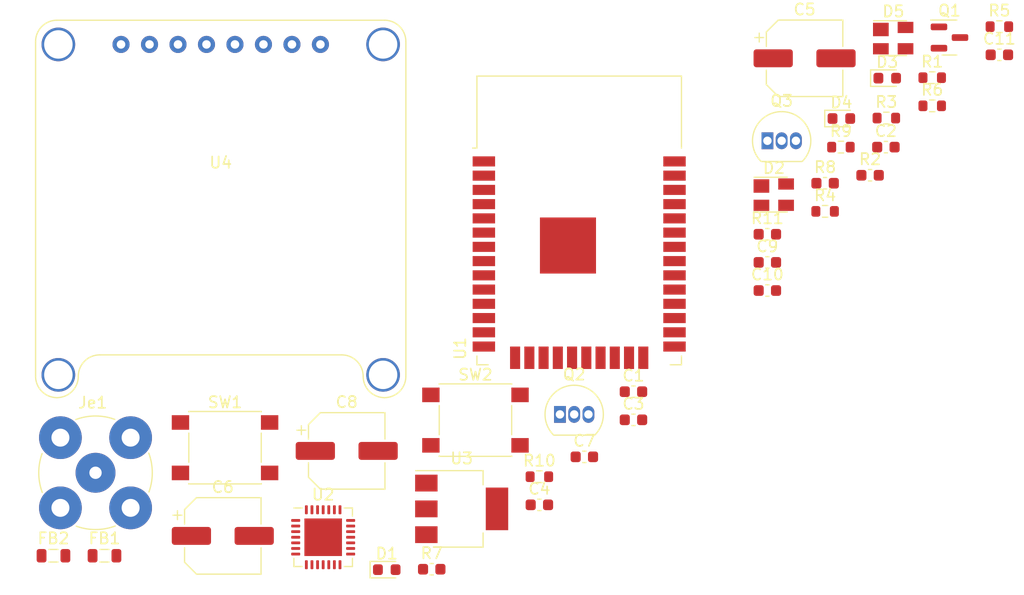
<source format=kicad_pcb>
(kicad_pcb (version 20210228) (generator pcbnew)
  (layers (0 "F.Cu" signal) (31 "B.Cu" signal) (34 "B.Paste" user) (35 "F.Paste" user) (36 "B.SilkS" user "B.Silkscreen") (37 "F.SilkS" user "F.Silkscreen") (38 "B.Mask" user) (39 "F.Mask" user) (44 "Edge.Cuts" user))
  (net 0 "")
  (net 1 "GND")
  (net 2 "/EN")
  (net 3 "/IO0")
  (net 4 "+3V3")
  (net 5 "Net-(C6-Pad2)")
  (net 6 "VBUS")
  (net 7 "Net-(D1-Pad1)")
  (net 8 "Net-(D1-Pad2)")
  (net 9 "Net-(Je1-Pad1)")
  (net 12 "Net-(D4-Pad1)")
  (net 13 "Net-(D5-Pad3)")
  (net 14 "Net-(D5-Pad4)")
  (net 15 "Net-(FB1-Pad2)")
  (net 16 "Net-(FB2-Pad2)")
  (net 17 "/PPS_OUT_3P3")
  (net 18 "/DTR")
  (net 19 "Net-(Q2-Pad1)")
  (net 20 "/RTS")
  (net 21 "Net-(Q3-Pad1)")
  (net 22 "Net-(R8-Pad1)")
  (net 23 "Net-(R8-Pad2)")
  (net 24 "Net-(R10-Pad1)")
  (net 50 "/SDA")
  (net 51 "Net-(U1-Pad34)")
  (net 52 "Net-(U1-Pad35)")
  (net 53 "/SCL")
  (net 54 "/OLED_RST")
  (footprint "Resistor_SMD:R_0603_1608Metric" (layer "F.Cu") (at 196.94 76.1)
    (fp_text reference "R1" (at 0 -1.43) (layer "F.SilkS"))
    (fp_text value "10K")
    (fp_line (start -0.237258 -0.5225) (end 0.237258 -0.5225) (layer "F.SilkS") (width 0.12))
    (fp_line (start -0.237258 0.5225) (end 0.237258 0.5225) (layer "F.SilkS") (width 0.12))
    (pad "1" smd roundrect (at -0.825 0) (size 0.8 0.95) (layers "F.Cu" "F.Paste" "F.Mask") (net 4 "+3V3"))
    (pad "2" smd roundrect (at 0.825 0) (size 0.8 0.95) (layers "F.Cu" "F.Paste" "F.Mask") (net 2 "/EN"))
  )
  (footprint "Resistor_SMD:R_0603_1608Metric" (layer "F.Cu") (at 188.8 82.29)
    (fp_text reference "R9" (at 0 -1.43) (layer "F.SilkS"))
    (fp_text value "47.5k")
    (fp_line (start -0.237258 0.5225) (end 0.237258 0.5225) (layer "F.SilkS") (width 0.12))
    (fp_line (start -0.237258 -0.5225) (end 0.237258 -0.5225) (layer "F.SilkS") (width 0.12))
    (pad "1" smd roundrect (at -0.825 0) (size 0.8 0.95) (layers "F.Cu" "F.Paste" "F.Mask") (net 1 "GND"))
    (pad "2" smd roundrect (at 0.825 0) (size 0.8 0.95) (layers "F.Cu" "F.Paste" "F.Mask") (net 24 "Net-(R10-Pad1)"))
  )
  (footprint "Package_TO_SOT_SMD:SOT-143" (layer "F.Cu") (at 182.81 86.53)
    (fp_text reference "D2" (at 0.02 -2.38) (layer "F.SilkS"))
    (fp_text value "SP0503BAHT")
    (fp_line (start 1.2 -1.55) (end -1.75 -1.55) (layer "F.SilkS") (width 0.12))
    (fp_line (start -1.2 1.55) (end 1.2 1.55) (layer "F.SilkS") (width 0.12))
    (pad "1" smd rect (at -1.1 -0.77 270) (size 1.2 1.4) (layers "F.Cu" "F.Paste" "F.Mask") (net 1 "GND"))
    (pad "2" smd rect (at -1.1 0.95 270) (size 1 1.4) (layers "F.Cu" "F.Paste" "F.Mask") (net 9 "Net-(Je1-Pad1)"))
    (pad "3" smd rect (at 1.1 0.95 270) (size 1 1.4) (layers "F.Cu" "F.Paste" "F.Mask"))
    (pad "4" smd rect (at 1.1 -0.95 270) (size 1 1.4) (layers "F.Cu" "F.Paste" "F.Mask"))
  )
  (footprint "RF_Module:ESP32-WROOM-32" (layer "F.Cu") (at 165.46 91.82)
    (fp_text reference "U1" (at -10.61 8.43 90) (layer "F.SilkS"))
    (fp_text value "ESP32-WROOM-32")
    (fp_line (start -9.12 9.1) (end -9.12 9.88) (layer "F.SilkS") (width 0.12))
    (fp_line (start -9.12 -15.865) (end -9.12 -9.445) (layer "F.SilkS") (width 0.12))
    (fp_line (start -9.12 9.88) (end -8.12 9.88) (layer "F.SilkS") (width 0.12))
    (fp_line (start -9.12 -9.445) (end -9.5 -9.445) (layer "F.SilkS") (width 0.12))
    (fp_line (start -9.12 -15.865) (end 9.12 -15.865) (layer "F.SilkS") (width 0.12))
    (fp_line (start 9.12 -15.865) (end 9.12 -9.445) (layer "F.SilkS") (width 0.12))
    (fp_line (start 9.12 9.88) (end 8.12 9.88) (layer "F.SilkS") (width 0.12))
    (fp_line (start 9.12 9.1) (end 9.12 9.88) (layer "F.SilkS") (width 0.12))
    (pad "1" smd rect (at -8.5 -8.255) (size 2 0.9) (layers "F.Cu" "F.Paste" "F.Mask") (net 1 "GND"))
    (pad "2" smd rect (at -8.5 -6.985) (size 2 0.9) (layers "F.Cu" "F.Paste" "F.Mask") (net 4 "+3V3"))
    (pad "3" smd rect (at -8.5 -5.715) (size 2 0.9) (layers "F.Cu" "F.Paste" "F.Mask") (net 2 "/EN"))
    (pad "4" smd rect (at -8.5 -4.445) (size 2 0.9) (layers "F.Cu" "F.Paste" "F.Mask"))
    (pad "5" smd rect (at -8.5 -3.175) (size 2 0.9) (layers "F.Cu" "F.Paste" "F.Mask"))
    (pad "6" smd rect (at -8.5 -1.905) (size 2 0.9) (layers "F.Cu" "F.Paste" "F.Mask"))
    (pad "7" smd rect (at -8.5 -0.635) (size 2 0.9) (layers "F.Cu" "F.Paste" "F.Mask"))
    (pad "8" smd rect (at -8.5 0.635) (size 2 0.9) (layers "F.Cu" "F.Paste" "F.Mask"))
    (pad "9" smd rect (at -8.5 1.905) (size 2 0.9) (layers "F.Cu" "F.Paste" "F.Mask"))
    (pad "10" smd rect (at -8.5 3.175) (size 2 0.9) (layers "F.Cu" "F.Paste" "F.Mask"))
    (pad "11" smd rect (at -8.5 4.445) (size 2 0.9) (layers "F.Cu" "F.Paste" "F.Mask"))
    (pad "12" smd rect (at -8.5 5.715) (size 2 0.9) (layers "F.Cu" "F.Paste" "F.Mask"))
    (pad "13" smd rect (at -8.5 6.985) (size 2 0.9) (layers "F.Cu" "F.Paste" "F.Mask"))
    (pad "14" smd rect (at -8.5 8.255) (size 2 0.9) (layers "F.Cu" "F.Paste" "F.Mask"))
    (pad "15" smd rect (at -5.715 9.255 90) (size 2 0.9) (layers "F.Cu" "F.Paste" "F.Mask") (net 1 "GND"))
    (pad "16" smd rect (at -4.445 9.255 90) (size 2 0.9) (layers "F.Cu" "F.Paste" "F.Mask"))
    (pad "17" smd rect (at -3.175 9.255 90) (size 2 0.9) (layers "F.Cu" "F.Paste" "F.Mask"))
    (pad "18" smd rect (at -1.905 9.255 90) (size 2 0.9) (layers "F.Cu" "F.Paste" "F.Mask"))
    (pad "19" smd rect (at -0.635 9.255 90) (size 2 0.9) (layers "F.Cu" "F.Paste" "F.Mask"))
    (pad "20" smd rect (at 0.635 9.255 90) (size 2 0.9) (layers "F.Cu" "F.Paste" "F.Mask"))
    (pad "21" smd rect (at 1.905 9.255 90) (size 2 0.9) (layers "F.Cu" "F.Paste" "F.Mask"))
    (pad "22" smd rect (at 3.175 9.255 90) (size 2 0.9) (layers "F.Cu" "F.Paste" "F.Mask"))
    (pad "23" smd rect (at 4.445 9.255 90) (size 2 0.9) (layers "F.Cu" "F.Paste" "F.Mask"))
    (pad "24" smd rect (at 5.715 9.255 90) (size 2 0.9) (layers "F.Cu" "F.Paste" "F.Mask"))
    (pad "25" smd rect (at 8.5 8.255) (size 2 0.9) (layers "F.Cu" "F.Paste" "F.Mask") (net 3 "/IO0"))
    (pad "26" smd rect (at 8.5 6.985) (size 2 0.9) (layers "F.Cu" "F.Paste" "F.Mask"))
    (pad "27" smd rect (at 8.5 5.715) (size 2 0.9) (layers "F.Cu" "F.Paste" "F.Mask") (net 8 "Net-(D1-Pad2)"))
    (pad "28" smd rect (at 8.5 4.445) (size 2 0.9) (layers "F.Cu" "F.Paste" "F.Mask") (net 17 "/PPS_OUT_3P3"))
    (pad "29" smd rect (at 8.5 3.175) (size 2 0.9) (layers "F.Cu" "F.Paste" "F.Mask"))
    (pad "30" smd rect (at 8.5 1.905) (size 2 0.9) (layers "F.Cu" "F.Paste" "F.Mask"))
    (pad "31" smd rect (at 8.5 0.635) (size 2 0.9) (layers "F.Cu" "F.Paste" "F.Mask"))
    (pad "32" smd rect (at 8.5 -0.635) (size 2 0.9) (layers "F.Cu" "F.Paste" "F.Mask"))
    (pad "33" smd rect (at 8.5 -1.905) (size 2 0.9) (layers "F.Cu" "F.Paste" "F.Mask") (net 50 "/SDA"))
    (pad "34" smd rect (at 8.5 -3.175) (size 2 0.9) (layers "F.Cu" "F.Paste" "F.Mask") (net 51 "Net-(U1-Pad34)"))
    (pad "35" smd rect (at 8.5 -4.445) (size 2 0.9) (layers "F.Cu" "F.Paste" "F.Mask") (net 52 "Net-(U1-Pad35)"))
    (pad "36" smd rect (at 8.5 -5.715) (size 2 0.9) (layers "F.Cu" "F.Paste" "F.Mask") (net 53 "/SCL"))
    (pad "37" smd rect (at 8.5 -6.985) (size 2 0.9) (layers "F.Cu" "F.Paste" "F.Mask") (net 54 "/OLED_RST"))
    (pad "38" smd rect (at 8.5 -8.255) (size 2 0.9) (layers "F.Cu" "F.Paste" "F.Mask") (net 1 "GND"))
    (pad "39" smd rect (at -1 -0.755) (size 5 5) (layers "F.Cu" "F.Paste" "F.Mask") (net 1 "GND"))
  )
  (footprint "LED_SMD:LED_0603_1608Metric" (layer "F.Cu") (at 188.84 79.74)
    (fp_text reference "D4" (at 0 -1.43) (layer "F.SilkS"))
    (fp_text value "USBPowerLED")
    (fp_line (start -1.485 -0.735) (end -1.485 0.735) (layer "F.SilkS") (width 0.12))
    (fp_line (start -1.485 0.735) (end 0.8 0.735) (layer "F.SilkS") (width 0.12))
    (fp_line (start 0.8 -0.735) (end -1.485 -0.735) (layer "F.SilkS") (width 0.12))
    (pad "1" smd roundrect (at -0.7875 0) (size 0.875 0.95) (layers "F.Cu" "F.Paste" "F.Mask") (net 12 "Net-(D4-Pad1)"))
    (pad "2" smd roundrect (at 0.7875 0) (size 0.875 0.95) (layers "F.Cu" "F.Paste" "F.Mask") (net 6 "VBUS"))
  )
  (footprint "Package_TO_SOT_THT:TO-92_Inline" (layer "F.Cu") (at 182.245 81.725)
    (fp_text reference "Q3" (at 1.27 -3.56) (layer "F.SilkS"))
    (fp_text value "S8050")
    (fp_line (start -0.53 1.85) (end 3.07 1.85) (layer "F.SilkS") (width 0.12))
    (fp_arc (start 1.27 0) (end 1.27 -2.6) (angle -135) (layer "F.SilkS") (width 0.12))
    (fp_arc (start 1.27 0) (end 1.27 -2.6) (angle 135) (layer "F.SilkS") (width 0.12))
    (pad "1" thru_hole rect (at 0 0) (size 1.05 1.5) (drill 0.75) (layers *.Cu *.Mask) (net 21 "Net-(Q3-Pad1)"))
    (pad "2" thru_hole oval (at 1.27 0) (size 1.05 1.5) (drill 0.75) (layers *.Cu *.Mask) (net 20 "/RTS"))
    (pad "3" thru_hole oval (at 2.54 0) (size 1.05 1.5) (drill 0.75) (layers *.Cu *.Mask) (net 2 "/EN"))
  )
  (footprint "Inductor_SMD:L_0805_2012Metric" (layer "F.Cu") (at 118.58 118.73)
    (fp_text reference "FB2" (at 0 -1.55) (layer "F.SilkS"))
    (fp_text value "Ferrite_Bead")
    (fp_line (start -0.399622 0.56) (end 0.399622 0.56) (layer "F.SilkS") (width 0.12))
    (fp_line (start -0.399622 -0.56) (end 0.399622 -0.56) (layer "F.SilkS") (width 0.12))
    (pad "1" smd roundrect (at -1.0625 0) (size 0.875 1.2) (layers "F.Cu" "F.Paste" "F.Mask") (net 1 "GND"))
    (pad "2" smd roundrect (at 1.0625 0) (size 0.875 1.2) (layers "F.Cu" "F.Paste" "F.Mask") (net 16 "Net-(FB2-Pad2)"))
  )
  (footprint "Button_Switch_SMD:SW_Push_1P1T_NO_6x6mm_H9.5mm" (layer "F.Cu") (at 133.88 109.095)
    (fp_text reference "SW1" (at 0 -4.05) (layer "F.SilkS"))
    (fp_text value "SW_SPST")
    (fp_line (start 3.23 -1.3) (end 3.23 1.3) (layer "F.SilkS") (width 0.12))
    (fp_line (start -3.23 3.23) (end -3.23 3.2) (layer "F.SilkS") (width 0.12))
    (fp_line (start 3.23 3.23) (end 3.23 3.2) (layer "F.SilkS") (width 0.12))
    (fp_line (start -3.23 3.23) (end 3.23 3.23) (layer "F.SilkS") (width 0.12))
    (fp_line (start -3.23 -1.3) (end -3.23 1.3) (layer "F.SilkS") (width 0.12))
    (fp_line (start 3.23 -3.23) (end 3.23 -3.2) (layer "F.SilkS") (width 0.12))
    (fp_line (start -3.23 -3.2) (end -3.23 -3.23) (layer "F.SilkS") (width 0.12))
    (fp_line (start -3.23 -3.23) (end 3.23 -3.23) (layer "F.SilkS") (width 0.12))
    (pad "1" smd rect (at 3.975 -2.25) (size 1.55 1.3) (layers "F.Cu" "F.Paste" "F.Mask") (net 1 "GND"))
    (pad "1" smd rect (at -3.975 -2.25) (size 1.55 1.3) (layers "F.Cu" "F.Paste" "F.Mask") (net 1 "GND"))
    (pad "2" smd rect (at 3.975 2.25) (size 1.55 1.3) (layers "F.Cu" "F.Paste" "F.Mask") (net 2 "/EN"))
    (pad "2" smd rect (at -3.975 2.25) (size 1.55 1.3) (layers "F.Cu" "F.Paste" "F.Mask") (net 2 "/EN"))
  )
  (footprint "Button_Switch_SMD:SW_Push_1P1T_NO_6x6mm_H9.5mm" (layer "F.Cu") (at 156.21 106.635)
    (fp_text reference "SW2" (at 0 -4.05) (layer "F.SilkS"))
    (fp_text value "SW_SPST")
    (fp_line (start -3.23 3.23) (end -3.23 3.2) (layer "F.SilkS") (width 0.12))
    (fp_line (start -3.23 -1.3) (end -3.23 1.3) (layer "F.SilkS") (width 0.12))
    (fp_line (start -3.23 3.23) (end 3.23 3.23) (layer "F.SilkS") (width 0.12))
    (fp_line (start 3.23 -3.23) (end 3.23 -3.2) (layer "F.SilkS") (width 0.12))
    (fp_line (start -3.23 -3.2) (end -3.23 -3.23) (layer "F.SilkS") (width 0.12))
    (fp_line (start 3.23 3.23) (end 3.23 3.2) (layer "F.SilkS") (width 0.12))
    (fp_line (start -3.23 -3.23) (end 3.23 -3.23) (layer "F.SilkS") (width 0.12))
    (fp_line (start 3.23 -1.3) (end 3.23 1.3) (layer "F.SilkS") (width 0.12))
    (pad "1" smd rect (at 3.975 -2.25) (size 1.55 1.3) (layers "F.Cu" "F.Paste" "F.Mask") (net 1 "GND"))
    (pad "1" smd rect (at -3.975 -2.25) (size 1.55 1.3) (layers "F.Cu" "F.Paste" "F.Mask") (net 1 "GND"))
    (pad "2" smd rect (at 3.975 2.25) (size 1.55 1.3) (layers "F.Cu" "F.Paste" "F.Mask") (net 3 "/IO0"))
    (pad "2" smd rect (at -3.975 2.25) (size 1.55 1.3) (layers "F.Cu" "F.Paste" "F.Mask") (net 3 "/IO0"))
  )
  (footprint "Resistor_SMD:R_0603_1608Metric" (layer "F.Cu") (at 192.85 79.7)
    (fp_text reference "R3" (at 0 -1.43) (layer "F.SilkS"))
    (fp_text value "10K")
    (fp_line (start -0.237258 0.5225) (end 0.237258 0.5225) (layer "F.SilkS") (width 0.12))
    (fp_line (start -0.237258 -0.5225) (end 0.237258 -0.5225) (layer "F.SilkS") (width 0.12))
    (pad "1" smd roundrect (at -0.825 0) (size 0.8 0.95) (layers "F.Cu" "F.Paste" "F.Mask") (net 17 "/PPS_OUT_3P3"))
    (pad "2" smd roundrect (at 0.825 0) (size 0.8 0.95) (layers "F.Cu" "F.Paste" "F.Mask") (net 4 "+3V3"))
  )
  (footprint "Capacitor_SMD:CP_Elec_6.3x5.4" (layer "F.Cu") (at 144.73 109.38)
    (fp_text reference "C8" (at 0 -4.35) (layer "F.SilkS"))
    (fp_text value "22 uF")
    (fp_line (start -2.345563 3.41) (end 3.41 3.41) (layer "F.SilkS") (width 0.12))
    (fp_line (start -2.345563 -3.41) (end 3.41 -3.41) (layer "F.SilkS") (width 0.12))
    (fp_line (start -4.04375 -2.24125) (end -4.04375 -1.45375) (layer "F.SilkS") (width 0.12))
    (fp_line (start -4.4375 -1.8475) (end -3.65 -1.8475) (layer "F.SilkS") (width 0.12))
    (fp_line (start -3.41 2.345563) (end -2.345563 3.41) (layer "F.SilkS") (width 0.12))
    (fp_line (start -3.41 -2.345563) (end -3.41 -1.06) (layer "F.SilkS") (width 0.12))
    (fp_line (start -3.41 -2.345563) (end -2.345563 -3.41) (layer "F.SilkS") (width 0.12))
    (fp_line (start -3.41 2.345563) (end -3.41 1.06) (layer "F.SilkS") (width 0.12))
    (fp_line (start 3.41 3.41) (end 3.41 1.06) (layer "F.SilkS") (width 0.12))
    (fp_line (start 3.41 -3.41) (end 3.41 -1.06) (layer "F.SilkS") (width 0.12))
    (pad "1" smd roundrect (at -2.8 0) (size 3.5 1.6) (layers "F.Cu" "F.Paste" "F.Mask") (roundrect_rratio 0.15625) (net 6 "VBUS"))
    (pad "2" smd roundrect (at 2.8 0) (size 3.5 1.6) (layers "F.Cu" "F.Paste" "F.Mask") (roundrect_rratio 0.15625) (net 1 "GND"))
  )
  (footprint "Resistor_SMD:R_0603_1608Metric" (layer "F.Cu") (at 202.93 71.55)
    (fp_text reference "R5" (at 0 -1.43) (layer "F.SilkS"))
    (fp_text value "10K")
    (fp_line (start -0.237258 -0.5225) (end 0.237258 -0.5225) (layer "F.SilkS") (width 0.12))
    (fp_line (start -0.237258 0.5225) (end 0.237258 0.5225) (layer "F.SilkS") (width 0.12))
    (pad "1" smd roundrect (at -0.825 0) (size 0.8 0.95) (layers "F.Cu" "F.Paste" "F.Mask") (net 20 "/RTS"))
    (pad "2" smd roundrect (at 0.825 0) (size 0.8 0.95) (layers "F.Cu" "F.Paste" "F.Mask") (net 19 "Net-(Q2-Pad1)"))
  )
  (footprint "Package_TO_SOT_SMD:SOT-223-3_TabPin2" (layer "F.Cu") (at 154.98 114.55)
    (fp_text reference "U3" (at 0 -4.5) (layer "F.SilkS"))
    (fp_text value "AMS1117-3.3")
    (fp_line (start 1.91 3.41) (end 1.91 2.15) (layer "F.SilkS") (width 0.12))
    (fp_line (start 1.91 -3.41) (end 1.91 -2.15) (layer "F.SilkS") (width 0.12))
    (fp_line (start -1.85 3.41) (end 1.91 3.41) (layer "F.SilkS") (width 0.12))
    (fp_line (start -4.1 -3.41) (end 1.91 -3.41) (layer "F.SilkS") (width 0.12))
    (pad "1" smd rect (at -3.15 -2.3) (size 2 1.5) (layers "F.Cu" "F.Paste" "F.Mask") (net 1 "GND"))
    (pad "2" smd rect (at -3.15 0) (size 2 1.5) (layers "F.Cu" "F.Paste" "F.Mask") (net 4 "+3V3"))
    (pad "2" smd rect (at 3.15 0) (size 2 3.8) (layers "F.Cu" "F.Paste" "F.Mask") (net 4 "+3V3"))
    (pad "3" smd rect (at -3.15 2.3) (size 2 1.5) (layers "F.Cu" "F.Paste" "F.Mask") (net 6 "VBUS"))
  )
  (footprint "Capacitor_SMD:C_0603_1608Metric" (layer "F.Cu") (at 191.4 84.8)
    (fp_text reference "R2" (at 0 -1.43) (layer "F.SilkS"))
    (fp_text value "1k")
    (fp_line (start -0.14058 -0.51) (end 0.14058 -0.51) (layer "F.SilkS") (width 0.12))
    (fp_line (start -0.14058 0.51) (end 0.14058 0.51) (layer "F.SilkS") (width 0.12))
    (pad "1" smd roundrect (at -0.775 0) (size 0.9 0.95) (layers "F.Cu" "F.Paste" "F.Mask") (net 7 "Net-(D1-Pad1)"))
    (pad "2" smd roundrect (at 0.775 0) (size 0.9 0.95) (layers "F.Cu" "F.Paste" "F.Mask") (net 1 "GND"))
  )
  (footprint "Capacitor_SMD:C_0603_1608Metric" (layer "F.Cu") (at 170.3 106.61)
    (fp_text reference "C3" (at 0 -1.43) (layer "F.SilkS"))
    (fp_text value "0.1uF")
    (fp_line (start -0.14058 -0.51) (end 0.14058 -0.51) (layer "F.SilkS") (width 0.12))
    (fp_line (start -0.14058 0.51) (end 0.14058 0.51) (layer "F.SilkS") (width 0.12))
    (pad "1" smd roundrect (at -0.775 0) (size 0.9 0.95) (layers "F.Cu" "F.Paste" "F.Mask") (net 1 "GND"))
    (pad "2" smd roundrect (at 0.775 0) (size 0.9 0.95) (layers "F.Cu" "F.Paste" "F.Mask") (net 3 "/IO0"))
  )
  (footprint "Package_DFN_QFN:QFN-28-1EP_5x5mm_P0.5mm_EP3.35x3.35mm" (layer "F.Cu") (at 142.63 117.08)
    (fp_text reference "U2" (at 0 -3.8) (layer "F.SilkS"))
    (fp_text value "CP2102-GMR-GFN28")
    (fp_line (start -2.61 2.61) (end -2.61 1.885) (layer "F.SilkS") (width 0.12))
    (fp_line (start -1.885 -2.61) (end -2.61 -2.61) (layer "F.SilkS") (width 0.12))
    (fp_line (start 2.61 -2.61) (end 2.61 -1.885) (layer "F.SilkS") (width 0.12))
    (fp_line (start 2.61 2.61) (end 2.61 1.885) (layer "F.SilkS") (width 0.12))
    (fp_line (start -1.885 2.61) (end -2.61 2.61) (layer "F.SilkS") (width 0.12))
    (fp_line (start 1.885 2.61) (end 2.61 2.61) (layer "F.SilkS") (width 0.12))
    (fp_line (start 1.885 -2.61) (end 2.61 -2.61) (layer "F.SilkS") (width 0.12))
    (pad "1" smd roundrect (at -2.45 -1.5) (size 0.8 0.25) (layers "F.Cu" "F.Paste" "F.Mask"))
    (pad "2" smd roundrect (at -2.45 -1) (size 0.8 0.25) (layers "F.Cu" "F.Paste" "F.Mask"))
    (pad "3" smd roundrect (at -2.45 -0.5) (size 0.8 0.25) (layers "F.Cu" "F.Paste" "F.Mask") (net 1 "GND"))
    (pad "4" smd roundrect (at -2.45 0) (size 0.8 0.25) (layers "F.Cu" "F.Paste" "F.Mask") (net 13 "Net-(D5-Pad3)"))
    (pad "5" smd roundrect (at -2.45 0.5) (size 0.8 0.25) (layers "F.Cu" "F.Paste" "F.Mask") (net 14 "Net-(D5-Pad4)"))
    (pad "6" smd roundrect (at -2.45 1) (size 0.8 0.25) (layers "F.Cu" "F.Paste" "F.Mask") (net 22 "Net-(R8-Pad1)"))
    (pad "7" smd roundrect (at -2.45 1.5) (size 0.8 0.25) (layers "F.Cu" "F.Paste" "F.Mask") (net 6 "VBUS"))
    (pad "8" smd roundrect (at -1.5 2.45) (size 0.25 0.8) (layers "F.Cu" "F.Paste" "F.Mask") (net 24 "Net-(R10-Pad1)"))
    (pad "9" smd roundrect (at -1 2.45) (size 0.25 0.8) (layers "F.Cu" "F.Paste" "F.Mask") (net 23 "Net-(R8-Pad2)"))
    (pad "10" smd roundrect (at -0.5 2.45) (size 0.25 0.8) (layers "F.Cu" "F.Paste" "F.Mask"))
    (pad "11" smd roundrect (at 0 2.45) (size 0.25 0.8) (layers "F.Cu" "F.Paste" "F.Mask"))
    (pad "12" smd roundrect (at 0.5 2.45) (size 0.25 0.8) (layers "F.Cu" "F.Paste" "F.Mask"))
    (pad "13" smd roundrect (at 1 2.45) (size 0.25 0.8) (layers "F.Cu" "F.Paste" "F.Mask"))
    (pad "14" smd roundrect (at 1.5 2.45) (size 0.25 0.8) (layers "F.Cu" "F.Paste" "F.Mask"))
    (pad "15" smd roundrect (at 2.45 1.5) (size 0.8 0.25) (layers "F.Cu" "F.Paste" "F.Mask"))
    (pad "16" smd roundrect (at 2.45 1) (size 0.8 0.25) (layers "F.Cu" "F.Paste" "F.Mask"))
    (pad "17" smd roundrect (at 2.45 0.5) (size 0.8 0.25) (layers "F.Cu" "F.Paste" "F.Mask"))
    (pad "18" smd roundrect (at 2.45 0) (size 0.8 0.25) (layers "F.Cu" "F.Paste" "F.Mask"))
    (pad "19" smd roundrect (at 2.45 -0.5) (size 0.8 0.25) (layers "F.Cu" "F.Paste" "F.Mask"))
    (pad "20" smd roundrect (at 2.45 -1) (size 0.8 0.25) (layers "F.Cu" "F.Paste" "F.Mask"))
    (pad "21" smd roundrect (at 2.45 -1.5) (size 0.8 0.25) (layers "F.Cu" "F.Paste" "F.Mask"))
    (pad "22" smd roundrect (at 1.5 -2.45) (size 0.25 0.8) (layers "F.Cu" "F.Paste" "F.Mask"))
    (pad "23" smd roundrect (at 1 -2.45) (size 0.25 0.8) (layers "F.Cu" "F.Paste" "F.Mask"))
    (pad "24" smd roundrect (at 0.5 -2.45) (size 0.25 0.8) (layers "F.Cu" "F.Paste" "F.Mask") (net 20 "/RTS"))
    (pad "25" smd roundrect (at 0 -2.45) (size 0.25 0.8) (layers "F.Cu" "F.Paste" "F.Mask") (net 52 "Net-(U1-Pad35)"))
    (pad "26" smd roundrect (at -0.5 -2.45) (size 0.25 0.8) (layers "F.Cu" "F.Paste" "F.Mask") (net 51 "Net-(U1-Pad34)"))
    (pad "27" smd roundrect (at -1 -2.45) (size 0.25 0.8) (layers "F.Cu" "F.Paste" "F.Mask"))
    (pad "28" smd roundrect (at -1.5 -2.45) (size 0.25 0.8) (layers "F.Cu" "F.Paste" "F.Mask") (net 18 "/DTR"))
    (pad "29" smd rect (at 0 0) (size 3.35 3.35) (layers "F.Cu" "F.Mask") (net 1 "GND"))
  )
  (footprint "Package_TO_SOT_THT:TO-92_Inline" (layer "F.Cu") (at 163.745 106.125)
    (fp_text reference "Q2" (at 1.27 -3.56) (layer "F.SilkS"))
    (fp_text value "S8050")
    (fp_line (start -0.53 1.85) (end 3.07 1.85) (layer "F.SilkS") (width 0.12))
    (fp_arc (start 1.27 0) (end 1.27 -2.6) (angle -135) (layer "F.SilkS") (width 0.12))
    (fp_arc (start 1.27 0) (end 1.27 -2.6) (angle 135) (layer "F.SilkS") (width 0.12))
    (pad "1" thru_hole rect (at 0 0) (size 1.05 1.5) (drill 0.75) (layers *.Cu *.Mask) (net 19 "Net-(Q2-Pad1)"))
    (pad "2" thru_hole oval (at 1.27 0) (size 1.05 1.5) (drill 0.75) (layers *.Cu *.Mask) (net 3 "/IO0"))
    (pad "3" thru_hole oval (at 2.54 0) (size 1.05 1.5) (drill 0.75) (layers *.Cu *.Mask) (net 18 "/DTR"))
  )
  (footprint "Inductor_SMD:L_0805_2012Metric" (layer "F.Cu") (at 123.13 118.73)
    (fp_text reference "FB1" (at 0 -1.55) (layer "F.SilkS"))
    (fp_text value "Ferrite_Bead")
    (fp_line (start -0.399622 0.56) (end 0.399622 0.56) (layer "F.SilkS") (width 0.12))
    (fp_line (start -0.399622 -0.56) (end 0.399622 -0.56) (layer "F.SilkS") (width 0.12))
    (pad "1" smd roundrect (at -1.0625 0) (size 0.875 1.2) (layers "F.Cu" "F.Paste" "F.Mask") (net 6 "VBUS"))
    (pad "2" smd roundrect (at 1.0625 0) (size 0.875 1.2) (layers "F.Cu" "F.Paste" "F.Mask") (net 15 "Net-(FB1-Pad2)"))
  )
  (footprint "Capacitor_SMD:C_0603_1608Metric" (layer "F.Cu") (at 187.39 85.51)
    (fp_text reference "R8" (at 0 -1.43) (layer "F.SilkS"))
    (fp_text value "1k")
    (fp_line (start -0.14058 -0.51) (end 0.14058 -0.51) (layer "F.SilkS") (width 0.12))
    (fp_line (start -0.14058 0.51) (end 0.14058 0.51) (layer "F.SilkS") (width 0.12))
    (pad "1" smd roundrect (at -0.775 0) (size 0.9 0.95) (layers "F.Cu" "F.Paste" "F.Mask") (net 22 "Net-(R8-Pad1)"))
    (pad "2" smd roundrect (at 0.775 0) (size 0.9 0.95) (layers "F.Cu" "F.Paste" "F.Mask") (net 23 "Net-(R8-Pad2)"))
  )
  (footprint "Capacitor_SMD:C_0603_1608Metric" (layer "F.Cu") (at 182.24 92.57)
    (fp_text reference "C9" (at 0 -1.43) (layer "F.SilkS"))
    (fp_text value "0.1uF")
    (fp_line (start -0.14058 0.51) (end 0.14058 0.51) (layer "F.SilkS") (width 0.12))
    (fp_line (start -0.14058 -0.51) (end 0.14058 -0.51) (layer "F.SilkS") (width 0.12))
    (pad "1" smd roundrect (at -0.775 0) (size 0.9 0.95) (layers "F.Cu" "F.Paste" "F.Mask") (net 1 "GND"))
    (pad "2" smd roundrect (at 0.775 0) (size 0.9 0.95) (layers "F.Cu" "F.Paste" "F.Mask") (net 6 "VBUS"))
  )
  (footprint "Capacitor_SMD:C_0603_1608Metric" (layer "F.Cu") (at 202.93 74.06)
    (fp_text reference "C11" (at 0 -1.43) (layer "F.SilkS"))
    (fp_text value "0.1uF")
    (fp_line (start -0.14058 -0.51) (end 0.14058 -0.51) (layer "F.SilkS") (width 0.12))
    (fp_line (start -0.14058 0.51) (end 0.14058 0.51) (layer "F.SilkS") (width 0.12))
    (pad "1" smd roundrect (at -0.775 0) (size 0.9 0.95) (layers "F.Cu" "F.Paste" "F.Mask") (net 4 "+3V3"))
    (pad "2" smd roundrect (at 0.775 0) (size 0.9 0.95) (layers "F.Cu" "F.Paste" "F.Mask") (net 1 "GND"))
  )
  (footprint "Capacitor_SMD:C_0603_1608Metric" (layer "F.Cu") (at 170.3 104.1)
    (fp_text reference "C1" (at 0 -1.43) (layer "F.SilkS"))
    (fp_text value "0.1uF")
    (fp_line (start -0.14058 0.51) (end 0.14058 0.51) (layer "F.SilkS") (width 0.12))
    (fp_line (start -0.14058 -0.51) (end 0.14058 -0.51) (layer "F.SilkS") (width 0.12))
    (pad "1" smd roundrect (at -0.775 0) (size 0.9 0.95) (layers "F.Cu" "F.Paste" "F.Mask") (net 1 "GND"))
    (pad "2" smd roundrect (at 0.775 0) (size 0.9 0.95) (layers "F.Cu" "F.Paste" "F.Mask") (net 2 "/EN"))
  )
  (footprint "Package_TO_SOT_SMD:SOT-23" (layer "F.Cu") (at 198.48 72.52)
    (fp_text reference "Q1" (at 0 -2.4) (layer "F.SilkS"))
    (fp_text value "BSS138")
    (fp_line (start 0 1.56) (end 0.65 1.56) (layer "F.SilkS") (width 0.12))
    (fp_line (start 0 1.56) (end -0.65 1.56) (layer "F.SilkS") (width 0.12))
    (fp_line (start 0 -1.56) (end -1.675 -1.56) (layer "F.SilkS") (width 0.12))
    (fp_line (start 0 -1.56) (end 0.65 -1.56) (layer "F.SilkS") (width 0.12))
    (pad "1" smd roundrect (at -0.9375 -0.95) (size 1.475 0.6) (layers "F.Cu" "F.Paste" "F.Mask") (net 4 "+3V3"))
    (pad "2" smd roundrect (at -0.9375 0.95) (size 1.475 0.6) (layers "F.Cu" "F.Paste" "F.Mask") (net 17 "/PPS_OUT_3P3"))
    (pad "3" smd roundrect (at 0.9375 0) (size 1.475 0.6) (layers "F.Cu" "F.Paste" "F.Mask") (net 9 "Net-(Je1-Pad1)"))
  )
  (footprint "Capacitor_SMD:C_0603_1608Metric" (layer "F.Cu") (at 182.24 90.06)
    (fp_text reference "R11" (at 0 -1.43) (layer "F.SilkS"))
    (fp_text value "1k")
    (fp_line (start -0.14058 0.51) (end 0.14058 0.51) (layer "F.SilkS") (width 0.12))
    (fp_line (start -0.14058 -0.51) (end 0.14058 -0.51) (layer "F.SilkS") (width 0.12))
    (pad "1" smd roundrect (at -0.775 0) (size 0.9 0.95) (layers "F.Cu" "F.Paste" "F.Mask") (net 12 "Net-(D4-Pad1)"))
    (pad "2" smd roundrect (at 0.775 0) (size 0.9 0.95) (layers "F.Cu" "F.Paste" "F.Mask") (net 1 "GND"))
  )
  (footprint "Capacitor_SMD:C_0603_1608Metric" (layer "F.Cu") (at 182.24 95.08)
    (fp_text reference "C10" (at 0 -1.43) (layer "F.SilkS"))
    (fp_text value "0.1uF")
    (fp_line (start -0.14058 -0.51) (end 0.14058 -0.51) (layer "F.SilkS") (width 0.12))
    (fp_line (start -0.14058 0.51) (end 0.14058 0.51) (layer "F.SilkS") (width 0.12))
    (pad "1" smd roundrect (at -0.775 0) (size 0.9 0.95) (layers "F.Cu" "F.Paste" "F.Mask") (net 6 "VBUS"))
    (pad "2" smd roundrect (at 0.775 0) (size 0.9 0.95) (layers "F.Cu" "F.Paste" "F.Mask") (net 1 "GND"))
  )
  (footprint "Capacitor_SMD:CP_Elec_6.3x5.4" (layer "F.Cu") (at 185.56 74.37)
    (fp_text reference "C5" (at 0 -4.35) (layer "F.SilkS"))
    (fp_text value "22 uF")
    (fp_line (start 3.41 -3.41) (end 3.41 -1.06) (layer "F.SilkS") (width 0.12))
    (fp_line (start -3.41 2.345563) (end -2.345563 3.41) (layer "F.SilkS") (width 0.12))
    (fp_line (start -4.04375 -2.24125) (end -4.04375 -1.45375) (layer "F.SilkS") (width 0.12))
    (fp_line (start -3.41 -2.345563) (end -3.41 -1.06) (layer "F.SilkS") (width 0.12))
    (fp_line (start -2.345563 -3.41) (end 3.41 -3.41) (layer "F.SilkS") (width 0.12))
    (fp_line (start -2.345563 3.41) (end 3.41 3.41) (layer "F.SilkS") (width 0.12))
    (fp_line (start 3.41 3.41) (end 3.41 1.06) (layer "F.SilkS") (width 0.12))
    (fp_line (start -3.41 -2.345563) (end -2.345563 -3.41) (layer "F.SilkS") (width 0.12))
    (fp_line (start -4.4375 -1.8475) (end -3.65 -1.8475) (layer "F.SilkS") (width 0.12))
    (fp_line (start -3.41 2.345563) (end -3.41 1.06) (layer "F.SilkS") (width 0.12))
    (pad "1" smd roundrect (at -2.8 0) (size 3.5 1.6) (layers "F.Cu" "F.Paste" "F.Mask") (roundrect_rratio 0.15625) (net 4 "+3V3"))
    (pad "2" smd roundrect (at 2.8 0) (size 3.5 1.6) (layers "F.Cu" "F.Paste" "F.Mask") (roundrect_rratio 0.15625) (net 1 "GND"))
  )
  (footprint "Capacitor_SMD:C_0603_1608Metric" (layer "F.Cu") (at 161.91 114.19)
    (fp_text reference "C4" (at 0 -1.43) (layer "F.SilkS"))
    (fp_text value "0.1uF")
    (fp_line (start -0.14058 -0.51) (end 0.14058 -0.51) (layer "F.SilkS") (width 0.12))
    (fp_line (start -0.14058 0.51) (end 0.14058 0.51) (layer "F.SilkS") (width 0.12))
    (pad "1" smd roundrect (at -0.775 0) (size 0.9 0.95) (layers "F.Cu" "F.Paste" "F.Mask") (net 4 "+3V3"))
    (pad "2" smd roundrect (at 0.775 0) (size 0.9 0.95) (layers "F.Cu" "F.Paste" "F.Mask") (net 1 "GND"))
  )
  (footprint "NTP_PPP_Footprints:AdaFruit-0.86-OLED" (layer "F.Cu") (at 133.495 99.55)
    (fp_text reference "U4" (at 0 -15.875 unlocked) (layer "F.SilkS"))
    (fp_text value "Adafruit-128x64-OLED-326")
    (fp_line (start -10.795 1.27) (end 10.795 1.27) (layer "F.SilkS") (width 0.12))
    (fp_line (start -14.605 -28.575) (end 14.605 -28.575) (layer "F.SilkS") (width 0.12))
    (fp_line (start 16.51 -26.67) (end 16.51 3.175) (layer "F.SilkS") (width 0.12))
    (fp_line (start -16.51 3.175) (end -16.51 -26.67) (layer "F.SilkS") (width 0.12))
    (fp_arc (start -14.605 3.175) (end -14.605 5.08) (angle -90) (layer "F.SilkS") (width 0.12))
    (fp_arc (start -14.605 -26.67) (end -14.605 -28.575) (angle -90) (layer "F.SilkS") (width 0.12))
    (fp_arc (start 14.605 3.175) (end 16.51 3.175) (angle 90) (layer "F.SilkS") (width 0.12))
    (fp_arc (start 10.795 3.175) (end 12.7 3.175) (angle -90) (layer "F.SilkS") (width 0.12))
    (fp_arc (start -10.795 3.175) (end -12.7 3.175) (angle 90) (layer "F.SilkS") (width 0.12))
    (fp_arc (start -14.605 3.175) (end -14.605 5.08) (angle 90) (layer "F.SilkS") (width 0.12))
    (fp_arc (start 14.605 3.175) (end 14.605 5.08) (angle 90) (layer "F.SilkS") (width 0.12))
    (fp_arc (start 14.605 -26.67) (end 14.605 -28.575) (angle 90) (layer "F.SilkS") (width 0.12))
    (pad "" np_thru_hole circle (at -14.478 -26.416) (size 3 3) (drill 2.54) (layers F&B.Cu *.Mask))
    (pad "" np_thru_hole circle (at 14.478 -26.416) (size 3 3) (drill 2.54) (layers F&B.Cu *.Mask))
    (pad "" np_thru_hole circle (at 14.478 3.048) (size 3 3) (drill 2.54) (layers F&B.Cu *.Mask))
    (pad "" np_thru_hole circle (at -14.478 3.048) (size 3 3) (drill 2.54) (layers F&B.Cu *.Mask))
    (pad "1" thru_hole circle (at -8.89 -26.416) (size 1.524 1.524) (drill 0.762) (layers *.Cu *.Mask) (net 50 "/SDA"))
    (pad "2" thru_hole circle (at -6.35 -26.416) (size 1.524 1.524) (drill 0.762) (layers *.Cu *.Mask) (net 53 "/SCL"))
    (pad "3" thru_hole circle (at -3.81 -26.416) (size 1.524 1.524) (drill 0.762) (layers *.Cu *.Mask))
    (pad "4" thru_hole circle (at -1.27 -26.416) (size 1.524 1.524) (drill 0.762) (layers *.Cu *.Mask) (net 54 "/OLED_RST"))
    (pad "5" thru_hole circle (at 1.27 -26.416) (size 1.524 1.524) (drill 0.762) (layers *.Cu *.Mask))
    (pad "6" thru_hole circle (at 3.81 -26.416) (size 1.524 1.524) (drill 0.762) (layers *.Cu *.Mask))
    (pad "7" thru_hole circle (at 6.35 -26.416) (size 1.524 1.524) (drill 0.762) (layers *.Cu *.Mask) (net 4 "+3V3"))
    (pad "8" thru_hole circle (at 8.89 -26.416) (size 1.524 1.524) (drill 0.762) (layers *.Cu *.Mask) (net 1 "GND"))
  )
  (footprint "Resistor_SMD:R_0603_1608Metric" (layer "F.Cu") (at 187.39 88.02)
    (fp_text reference "R4" (at 0 -1.43) (layer "F.SilkS"))
    (fp_text value "10K")
    (fp_line (start -0.237258 0.5225) (end 0.237258 0.5225) (layer "F.SilkS") (width 0.12))
    (fp_line (start -0.237258 -0.5225) (end 0.237258 -0.5225) (layer "F.SilkS") (width 0.12))
    (pad "1" smd roundrect (at -0.825 0) (size 0.8 0.95) (layers "F.Cu" "F.Paste" "F.Mask") (net 18 "/DTR"))
    (pad "2" smd roundrect (at 0.825 0) (size 0.8 0.95) (layers "F.Cu" "F.Paste" "F.Mask") (net 21 "Net-(Q3-Pad1)"))
  )
  (footprint "Capacitor_SMD:C_0603_1608Metric" (layer "F.Cu") (at 165.92 109.91)
    (fp_text reference "C7" (at 0 -1.43) (layer "F.SilkS"))
    (fp_text value "0.1uF")
    (fp_line (start -0.14058 -0.51) (end 0.14058 -0.51) (layer "F.SilkS") (width 0.12))
    (fp_line (start -0.14058 0.51) (end 0.14058 0.51) (layer "F.SilkS") (width 0.12))
    (pad "1" smd roundrect (at -0.775 0) (size 0.9 0.95) (layers "F.Cu" "F.Paste" "F.Mask") (net 4 "+3V3"))
    (pad "2" smd roundrect (at 0.775 0) (size 0.9 0.95) (layers "F.Cu" "F.Paste" "F.Mask") (net 1 "GND"))
  )
  (footprint "LED_SMD:LED_0603_1608Metric" (layer "F.Cu") (at 192.93 76.14)
    (fp_text reference "D3" (at 0 -1.43) (layer "F.SilkS"))
    (fp_text value "3p3PowerLED")
    (fp_line (start -1.485 0.735) (end 0.8 0.735) (layer "F.SilkS") (width 0.12))
    (fp_line (start 0.8 -0.735) (end -1.485 -0.735) (layer "F.SilkS") (width 0.12))
    (fp_line (start -1.485 -0.735) (end -1.485 0.735) (layer "F.SilkS") (width 0.12))
    (pad "1" smd roundrect (at -0.7875 0) (size 0.875 0.95) (layers "F.Cu" "F.Paste" "F.Mask") (net 5 "Net-(C6-Pad2)"))
    (pad "2" smd roundrect (at 0.7875 0) (size 0.875 0.95) (layers "F.Cu" "F.Paste" "F.Mask") (net 4 "+3V3"))
  )
  (footprint "Capacitor_SMD:C_0603_1608Metric" (layer "F.Cu") (at 152.31 119.93)
    (fp_text reference "R7" (at 0 -1.43) (layer "F.SilkS"))
    (fp_text value "1k")
    (fp_line (start -0.14058 -0.51) (end 0.14058 -0.51) (layer "F.SilkS") (width 0.12))
    (fp_line (start -0.14058 0.51) (end 0.14058 0.51) (layer "F.SilkS") (width 0.12))
    (pad "1" smd roundrect (at -0.775 0) (size 0.9 0.95) (layers "F.Cu" "F.Paste" "F.Mask") (net 5 "Net-(C6-Pad2)"))
    (pad "2" smd roundrect (at 0.775 0) (size 0.9 0.95) (layers "F.Cu" "F.Paste" "F.Mask") (net 1 "GND"))
  )
  (footprint "Resistor_SMD:R_0603_1608Metric" (layer "F.Cu") (at 196.94 78.61)
    (fp_text reference "R6" (at 0 -1.43) (layer "F.SilkS"))
    (fp_text value "10K")
    (fp_line (start -0.237258 0.5225) (end 0.237258 0.5225) (layer "F.SilkS") (width 0.12))
    (fp_line (start -0.237258 -0.5225) (end 0.237258 -0.5225) (layer "F.SilkS") (width 0.12))
    (pad "1" smd roundrect (at -0.825 0) (size 0.8 0.95) (layers "F.Cu" "F.Paste" "F.Mask") (net 9 "Net-(Je1-Pad1)"))
    (pad "2" smd roundrect (at 0.825 0) (size 0.8 0.95) (layers "F.Cu" "F.Paste" "F.Mask") (net 6 "VBUS"))
  )
  (footprint "Capacitor_SMD:CP_Elec_6.3x5.4" (layer "F.Cu") (at 133.68 116.96)
    (fp_text reference "C6" (at 0 -4.35) (layer "F.SilkS"))
    (fp_text value "22 uF")
    (fp_line (start 3.41 -3.41) (end 3.41 -1.06) (layer "F.SilkS") (width 0.12))
    (fp_line (start -2.345563 -3.41) (end 3.41 -3.41) (layer "F.SilkS") (width 0.12))
    (fp_line (start -4.4375 -1.8475) (end -3.65 -1.8475) (layer "F.SilkS") (width 0.12))
    (fp_line (start -3.41 -2.345563) (end -3.41 -1.06) (layer "F.SilkS") (width 0.12))
    (fp_line (start -4.04375 -2.24125) (end -4.04375 -1.45375) (layer "F.SilkS") (width 0.12))
    (fp_line (start -3.41 2.345563) (end -2.345563 3.41) (layer "F.SilkS") (width 0.12))
    (fp_line (start -3.41 -2.345563) (end -2.345563 -3.41) (layer "F.SilkS") (width 0.12))
    (fp_line (start -2.345563 3.41) (end 3.41 3.41) (layer "F.SilkS") (width 0.12))
    (fp_line (start 3.41 3.41) (end 3.41 1.06) (layer "F.SilkS") (width 0.12))
    (fp_line (start -3.41 2.345563) (end -3.41 1.06) (layer "F.SilkS") (width 0.12))
    (pad "1" smd roundrect (at -2.8 0) (size 3.5 1.6) (layers "F.Cu" "F.Paste" "F.Mask") (roundrect_rratio 0.15625) (net 4 "+3V3"))
    (pad "2" smd roundrect (at 2.8 0) (size 3.5 1.6) (layers "F.Cu" "F.Paste" "F.Mask") (roundrect_rratio 0.15625) (net 5 "Net-(C6-Pad2)"))
  )
  (footprint "Resistor_SMD:R_0603_1608Metric" (layer "F.Cu") (at 161.91 111.68)
    (fp_text reference "R10" (at 0 -1.43) (layer "F.SilkS"))
    (fp_text value "22.1k")
    (fp_line (start -0.237258 -0.5225) (end 0.237258 -0.5225) (layer "F.SilkS") (width 0.12))
    (fp_line (start -0.237258 0.5225) (end 0.237258 0.5225) (layer "F.SilkS") (width 0.12))
    (pad "1" smd roundrect (at -0.825 0) (size 0.8 0.95) (layers "F.Cu" "F.Paste" "F.Mask") (net 24 "Net-(R10-Pad1)"))
    (pad "2" smd roundrect (at 0.825 0) (size 0.8 0.95) (layers "F.Cu" "F.Paste" "F.Mask") (net 6 "VBUS"))
  )
  (footprint "LED_SMD:LED_0603_1608Metric" (layer "F.Cu") (at 148.3 119.97)
    (fp_text reference "D1" (at 0 -1.43) (layer "F.SilkS"))
    (fp_text value "PPS_LED")
    (fp_line (start -1.485 -0.735) (end -1.485 0.735) (layer "F.SilkS") (width 0.12))
    (fp_line (start 0.8 -0.735) (end -1.485 -0.735) (layer "F.SilkS") (width 0.12))
    (fp_line (start -1.485 0.735) (end 0.8 0.735) (layer "F.SilkS") (width 0.12))
    (pad "1" smd roundrect (at -0.7875 0) (size 0.875 0.95) (layers "F.Cu" "F.Paste" "F.Mask") (net 7 "Net-(D1-Pad1)"))
    (pad "2" smd roundrect (at 0.7875 0) (size 0.875 0.95) (layers "F.Cu" "F.Paste" "F.Mask") (net 8 "Net-(D1-Pad2)"))
  )
  (footprint "Capacitor_SMD:C_0603_1608Metric" (layer "F.Cu") (at 192.81 82.29)
    (fp_text reference "C2" (at 0 -1.43) (layer "F.SilkS"))
    (fp_text value "0.1uF")
    (fp_line (start -0.14058 -0.51) (end 0.14058 -0.51) (layer "F.SilkS") (width 0.12))
    (fp_line (start -0.14058 0.51) (end 0.14058 0.51) (layer "F.SilkS") (width 0.12))
    (pad "1" smd roundrect (at -0.775 0) (size 0.9 0.95) (layers "F.Cu" "F.Paste" "F.Mask") (net 1 "GND"))
    (pad "2" smd roundrect (at 0.775 0) (size 0.9 0.95) (layers "F.Cu" "F.Paste" "F.Mask") (net 2 "/EN"))
  )
  (footprint "Package_TO_SOT_SMD:SOT-143" (layer "F.Cu") (at 193.46 72.57)
    (fp_text reference "D5" (at 0.02 -2.38) (layer "F.SilkS"))
    (fp_text value "SP0503BAHT")
    (fp_line (start 1.2 -1.55) (end -1.75 -1.55) (layer "F.SilkS") (width 0.12))
    (fp_line (start -1.2 1.55) (end 1.2 1.55) (layer "F.SilkS") (width 0.12))
    (pad "1" smd rect (at -1.1 -0.77 270) (size 1.2 1.4) (layers "F.Cu" "F.Paste" "F.Mask") (net 1 "GND"))
    (pad "2" smd rect (at -1.1 0.95 270) (size 1 1.4) (layers "F.Cu" "F.Paste" "F.Mask") (net 6 "VBUS"))
    (pad "3" smd rect (at 1.1 0.95 270) (size 1 1.4) (layers "F.Cu" "F.Paste" "F.Mask") (net 13 "Net-(D5-Pad3)"))
    (pad "4" smd rect (at 1.1 -0.95 270) (size 1 1.4) (layers "F.Cu" "F.Paste" "F.Mask") (net 14 "Net-(D5-Pad4)"))
  )
  (footprint "NTP_PPP_Footprints:BNC_TEConnectivity_1478204_Vertical" (layer "F.Cu") (at 122.33 111.33)
    (fp_text reference "Je1" (at -0.25 -6.25) (layer "F.SilkS"))
    (fp_text value "Conn_Coaxial")
    (fp_arc (start 0 0) (end -1.75 -4.75) (angle 40) (layer "F.SilkS") (width 0.12))
    (fp_arc (start 0 0) (end 1.75 4.75) (angle 40) (layer "F.SilkS") (width 0.12))
    (fp_arc (start 0 0) (end -4.75 1.75) (angle 40) (layer "F.SilkS") (width 0.12))
    (fp_arc (start 0 0) (end 4.75 -1.75) (angle 40) (layer "F.SilkS") (width 0.12))
    (pad "1" thru_hole circle (at 0 0) (size 3.556 3.556) (drill 1.1) (layers *.Cu *.Mask) (net 9 "Net-(Je1-Pad1)"))
    (pad "2" thru_hole circle (at -3.13 3.13) (size 3.81 3.81) (drill 1.6) (layers *.Cu *.Mask) (net 1 "GND"))
    (pad "2" thru_hole circle (at 3.13 3.13) (size 3.81 3.81) (drill 1.6) (layers *.Cu *.Mask) (net 1 "GND"))
    (pad "2" thru_hole circle (at 3.13 -3.13) (size 3.81 3.81) (drill 1.6) (layers *.Cu *.Mask) (net 1 "GND"))
    (pad "2" thru_hole circle (at -3.13 -3.13) (size 3.81 3.81) (drill 1.6) (layers *.Cu *.Mask) (net 1 "GND"))
  )
)
</source>
